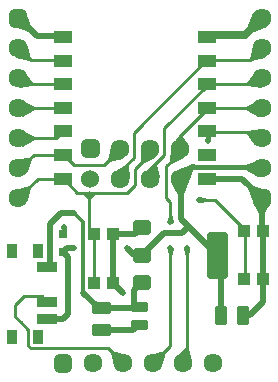
<source format=gbr>
G04 Generated by Ultiboard 13.0 *
%FSLAX25Y25*%
%MOIN*%

%ADD10C,0.00001*%
%ADD11C,0.01000*%
%ADD12C,0.02000*%
%ADD13C,0.01200*%
%ADD14C,0.01400*%
%ADD15C,0.01620*%
%ADD16C,0.02500*%
%ADD17R,0.03700X0.04500*%
%ADD18R,0.06500X0.03200*%
%ADD19C,0.06334*%
%ADD20R,0.02083X0.02083*%
%ADD21C,0.03917*%
%ADD22R,0.03150X0.03150*%
%ADD23R,0.03937X0.03937*%
%ADD24R,0.03666X0.02666*%
%ADD25C,0.02334*%
%ADD26R,0.04749X0.13332*%
%ADD27R,0.04168X0.01501*%
%ADD28C,0.01666*%
%ADD29R,0.02251X0.04668*%
%ADD30R,0.04668X0.02251*%
%ADD31C,0.02000*%
%ADD32C,0.06000*%
%ADD33R,0.02334X0.02334*%
%ADD34C,0.04000*%
%ADD35R,0.05906X0.03937*%


G04 ColorRGB 00FF00 for the following layer *
%LNCopper Top*%
%LPD*%
G54D10*
G54D11*
X73781Y94197D02*
X73978Y94000D01*
X64750Y84750D02*
X73992Y93992D01*
X54750Y70500D02*
X56400Y72150D01*
X56400Y75812D01*
X56642Y75933D02*
X59317Y78608D01*
X59317Y87317D01*
X73948Y101948D01*
X49317Y85817D02*
X73881Y110381D01*
X44750Y80500D02*
X39317Y75067D01*
X30616Y75067D01*
X16000Y78500D02*
X26000Y78500D01*
X16000Y78500D02*
X11500Y74000D01*
X10625Y74000D01*
X10750Y64000D02*
X17250Y70500D01*
X25500Y70500D01*
X86201Y37108D02*
X86500Y37407D01*
X86500Y52975D01*
X25750Y52000D02*
X26000Y52250D01*
X26000Y54500D01*
X25750Y94197D02*
X25553Y94000D01*
X10625Y94000D01*
X25679Y102000D02*
X13000Y102000D01*
X11000Y104000D02*
X13000Y102000D01*
X25695Y110000D02*
X15000Y110000D01*
X11000Y114000D02*
X15000Y110000D01*
X74000Y86479D02*
X74000Y83000D01*
X25750Y86323D02*
X23427Y84000D01*
X11000Y84000D01*
X30567Y65933D02*
X26000Y70500D01*
X36201Y35858D02*
X36000Y36059D01*
X36000Y52350D01*
X36201Y52000D02*
X34500Y53701D01*
X34500Y65967D01*
X34500Y64000D02*
X36000Y65500D01*
X34000Y64567D02*
X34000Y65500D01*
X35000Y65500D02*
X34000Y65500D01*
X32500Y65933D02*
X34433Y64000D01*
X76475Y63500D02*
X71000Y63500D01*
X76475Y63500D02*
X86475Y53500D01*
X45625Y9000D02*
X40625Y14000D01*
X17000Y14000D01*
X16950Y14050D02*
X15029Y14050D01*
X14150Y14929D01*
X55625Y9000D02*
X61500Y14875D01*
X61500Y47500D01*
X65625Y9000D02*
X67000Y10375D01*
X67000Y47500D01*
X60183Y74683D02*
X64750Y79250D01*
X64750Y84750D01*
X44750Y73000D02*
X49317Y77567D01*
X44750Y73000D02*
X44750Y70500D01*
X49317Y77567D02*
X49317Y85817D01*
X54750Y80500D02*
X54750Y78750D01*
X61500Y62791D02*
X60183Y64108D01*
X60183Y74683D01*
X61500Y56000D02*
X61500Y62791D01*
X47142Y65933D02*
X30567Y65933D01*
X49817Y73817D02*
X49817Y68608D01*
X47142Y65933D01*
X54750Y78750D02*
X49817Y73817D01*
X12612Y31350D02*
X18650Y31350D01*
X20465Y29535D01*
X9650Y24612D02*
X9650Y28388D01*
X12612Y31350D01*
X11612Y22650D02*
X9650Y24612D01*
X14150Y20131D02*
X11631Y22650D01*
X14150Y14929D02*
X14150Y20131D01*
X30549Y75000D02*
X29500Y75000D01*
X26000Y78500D02*
X29500Y75000D01*
X73781Y86323D02*
X74104Y86000D01*
X92000Y84000D02*
X90000Y86000D01*
X74104Y86000D02*
X90000Y86000D01*
X73852Y102000D02*
X90000Y102000D01*
X92000Y104000D02*
X92250Y104000D01*
X92000Y114000D02*
X88000Y110000D01*
X73837Y110000D02*
X88000Y110000D01*
X73978Y94000D02*
X92000Y94000D01*
X90000Y102000D02*
X92000Y104000D01*
G36*
X52078Y76078D02*
X52078Y76078D01*
X52083Y80503D01*
X55993Y78140D01*
X52078Y76078D01*
D02*
G37*
X52083Y80503D01*
X55993Y78140D01*
X52078Y76078D01*
G36*
X41096Y76846D02*
X41096Y76846D01*
X42161Y81142D01*
X45392Y77911D01*
X41096Y76846D01*
D02*
G37*
X42161Y81142D01*
X45392Y77911D01*
X41096Y76846D01*
G36*
X46933Y75183D02*
X46933Y75183D01*
X47402Y70783D01*
X43261Y72713D01*
X46933Y75183D01*
D02*
G37*
X47402Y70783D01*
X43261Y72713D01*
X46933Y75183D01*
G36*
X61775Y76275D02*
X61775Y76275D01*
X62090Y80690D01*
X65825Y78059D01*
X61775Y76275D01*
D02*
G37*
X62090Y80690D01*
X65825Y78059D01*
X61775Y76275D01*
G36*
X64750Y84667D02*
X64750Y84667D01*
X66799Y82207D01*
X62701Y82207D01*
X64750Y84667D01*
D02*
G37*
X66799Y82207D01*
X62701Y82207D01*
X64750Y84667D01*
G36*
X56400Y75396D02*
X56400Y75396D01*
X57354Y71075D01*
X53025Y72534D01*
X56400Y75396D01*
D02*
G37*
X57354Y71075D01*
X53025Y72534D01*
X56400Y75396D01*
G36*
X87236Y86000D02*
X87236Y86000D01*
X91615Y86639D01*
X89847Y82427D01*
X87236Y86000D01*
D02*
G37*
X91615Y86639D01*
X89847Y82427D01*
X87236Y86000D01*
G36*
X86833Y94000D02*
X86833Y94000D01*
X90623Y96284D01*
X90623Y91716D01*
X86833Y94000D01*
D02*
G37*
X90623Y96284D01*
X90623Y91716D01*
X86833Y94000D01*
G36*
X87236Y102000D02*
X87236Y102000D01*
X89847Y105573D01*
X91615Y101361D01*
X87236Y102000D01*
D02*
G37*
X89847Y105573D01*
X91615Y101361D01*
X87236Y102000D01*
G36*
X88346Y110346D02*
X88346Y110346D01*
X89411Y114642D01*
X92642Y111411D01*
X88346Y110346D01*
D02*
G37*
X89411Y114642D01*
X92642Y111411D01*
X88346Y110346D01*
G36*
X41972Y12654D02*
X41972Y12654D01*
X46267Y11589D01*
X43037Y8358D01*
X41972Y12654D01*
D02*
G37*
X46267Y11589D01*
X43037Y8358D01*
X41972Y12654D01*
G36*
X59279Y12654D02*
X59279Y12654D01*
X58214Y8358D01*
X54984Y11589D01*
X59279Y12654D01*
D02*
G37*
X58214Y8358D01*
X54984Y11589D01*
X59279Y12654D01*
G36*
X67000Y13981D02*
X67000Y13981D01*
X68194Y9719D01*
X63790Y10935D01*
X67000Y13981D01*
D02*
G37*
X68194Y9719D01*
X63790Y10935D01*
X67000Y13981D01*
G36*
X67000Y44500D02*
X67000Y44500D01*
X66507Y47417D01*
X67493Y47417D01*
X67000Y44500D01*
D02*
G37*
X66507Y47417D01*
X67493Y47417D01*
X67000Y44500D01*
G36*
X61500Y59000D02*
X61500Y59000D01*
X61993Y56083D01*
X61007Y56083D01*
X61500Y59000D01*
D02*
G37*
X61993Y56083D01*
X61007Y56083D01*
X61500Y59000D01*
G36*
X61500Y44500D02*
X61500Y44500D01*
X61007Y47417D01*
X61993Y47417D01*
X61500Y44500D01*
D02*
G37*
X61007Y47417D01*
X61993Y47417D01*
X61500Y44500D01*
G36*
X74000Y63500D02*
X74000Y63500D01*
X71083Y63007D01*
X71083Y63993D01*
X74000Y63500D01*
D02*
G37*
X71083Y63007D01*
X71083Y63993D01*
X74000Y63500D01*
G36*
X74000Y86000D02*
X74000Y86000D01*
X74493Y83083D01*
X73507Y83083D01*
X74000Y86000D01*
D02*
G37*
X74493Y83083D01*
X73507Y83083D01*
X74000Y86000D01*
G36*
X26000Y52500D02*
X26000Y52500D01*
X25516Y54375D01*
X26484Y54375D01*
X26000Y52500D01*
D02*
G37*
X25516Y54375D01*
X26484Y54375D01*
X26000Y52500D01*
G36*
X14526Y110474D02*
X14526Y110474D01*
X10197Y111391D01*
X13315Y114730D01*
X14526Y110474D01*
D02*
G37*
X10197Y111391D01*
X13315Y114730D01*
X14526Y110474D01*
G36*
X15514Y102000D02*
X15514Y102000D01*
X11135Y101361D01*
X12903Y105573D01*
X15514Y102000D01*
D02*
G37*
X11135Y101361D01*
X12903Y105573D01*
X15514Y102000D01*
G36*
X15917Y94000D02*
X15917Y94000D01*
X12127Y91716D01*
X12127Y96284D01*
X15917Y94000D01*
D02*
G37*
X12127Y91716D01*
X12127Y96284D01*
X15917Y94000D01*
G36*
X15917Y84000D02*
X15917Y84000D01*
X12127Y81716D01*
X12127Y86284D01*
X15917Y84000D01*
D02*
G37*
X12127Y81716D01*
X12127Y86284D01*
X15917Y84000D01*
G36*
X14759Y77259D02*
X14759Y77259D01*
X13259Y73096D01*
X10377Y76641D01*
X14759Y77259D01*
D02*
G37*
X13259Y73096D01*
X10377Y76641D01*
X14759Y77259D01*
G36*
X14404Y67654D02*
X14404Y67654D01*
X13339Y63358D01*
X10108Y66589D01*
X14404Y67654D01*
D02*
G37*
X13339Y63358D01*
X10108Y66589D01*
X14404Y67654D01*
G54D12*
X42500Y35858D02*
X45858Y32500D01*
X42500Y52000D02*
X42500Y35858D01*
X92500Y29608D02*
X92500Y53250D01*
X49583Y52000D02*
X42500Y52000D01*
X92500Y29608D02*
X87933Y25042D01*
X52000Y54417D02*
X49583Y52000D01*
X87933Y25042D02*
X85500Y25042D01*
X25500Y46000D02*
X26000Y45500D01*
X27150Y47500D02*
X29500Y47500D01*
X47000Y47500D02*
X49500Y45000D01*
X51875Y45000D01*
X52000Y45250D02*
X59250Y52500D01*
X67500Y54500D02*
X65500Y52500D01*
X77000Y45250D02*
X65000Y57250D01*
X76875Y45500D02*
X78500Y43875D01*
X65000Y57250D02*
X65000Y70000D01*
X78500Y43875D02*
X78500Y25042D01*
X25750Y117819D02*
X25569Y118000D01*
X11000Y124000D02*
X17000Y118000D01*
X59250Y52500D02*
X65500Y52500D01*
X38583Y20000D02*
X49000Y20000D01*
X51000Y22000D02*
X49000Y20000D01*
X27500Y44425D02*
X26000Y45925D01*
X25700Y23700D02*
X27500Y25500D01*
X20500Y23700D02*
X25700Y23700D01*
X27500Y25500D02*
X27500Y44425D01*
X25750Y46100D02*
X27150Y47500D01*
X25569Y118000D02*
X17500Y118000D01*
X20500Y41000D02*
X21500Y42000D01*
X37000Y28000D02*
X32500Y32500D01*
X37000Y28000D02*
X38000Y28000D01*
X38250Y27667D02*
X38250Y28333D01*
X40000Y27667D02*
X41000Y26667D01*
X50500Y27500D02*
X38042Y27500D01*
X49000Y28000D02*
X51000Y28000D01*
X49333Y33417D02*
X49333Y28000D01*
X51000Y28000D01*
X50500Y27500D01*
X52000Y36083D02*
X49333Y33417D01*
X21500Y42000D02*
X21500Y55500D01*
X25000Y59000D01*
X29500Y59000D02*
X25000Y59000D01*
X92000Y53500D02*
X92000Y63625D01*
X92500Y53000D02*
X92000Y53500D01*
X73856Y70500D02*
X85500Y70500D01*
X92000Y64000D02*
X85500Y70500D01*
X64750Y70500D02*
X68750Y74500D01*
X69500Y74500D01*
G36*
X68404Y74154D02*
X68404Y74154D01*
X66784Y69752D01*
X64002Y72534D01*
X68404Y74154D01*
D02*
G37*
X66784Y69752D01*
X64002Y72534D01*
X68404Y74154D01*
G36*
X65000Y65339D02*
X65000Y65339D01*
X62829Y69497D01*
X66759Y69687D01*
X65000Y65339D01*
D02*
G37*
X62829Y69497D01*
X66759Y69687D01*
X65000Y65339D01*
G36*
X92000Y59000D02*
X92000Y59000D01*
X90167Y63200D01*
X93833Y63200D01*
X92000Y59000D01*
D02*
G37*
X90167Y63200D01*
X93833Y63200D01*
X92000Y59000D01*
G36*
X88464Y67536D02*
X88464Y67536D01*
X92730Y65862D01*
X90138Y63270D01*
X88464Y67536D01*
D02*
G37*
X92730Y65862D01*
X90138Y63270D01*
X88464Y67536D01*
G36*
X14408Y120592D02*
X14408Y120592D01*
X10086Y122114D01*
X12585Y124796D01*
X14408Y120592D01*
D02*
G37*
X10086Y122114D01*
X12585Y124796D01*
X14408Y120592D01*
G54D13*
X29500Y59000D02*
X31158Y57342D01*
G54D14*
X31158Y57342D02*
X32500Y56000D01*
X32500Y32500D02*
X32500Y56000D01*
G54D15*
X91500Y74500D02*
X92000Y74000D01*
X69500Y74500D02*
X91500Y74500D01*
G36*
X86857Y74500D02*
X86857Y74500D01*
X91133Y76192D01*
X90727Y72016D01*
X86857Y74500D01*
D02*
G37*
X91133Y76192D01*
X90727Y72016D01*
X86857Y74500D01*
G54D16*
X92000Y124000D02*
X86500Y118500D01*
X73781Y117819D02*
X74463Y118500D01*
X74463Y118500D02*
X86500Y118500D01*
G36*
X88346Y120346D02*
X88346Y120346D01*
X90238Y124756D01*
X92756Y122238D01*
X88346Y120346D01*
D02*
G37*
X90238Y124756D01*
X92756Y122238D01*
X88346Y120346D01*
G54D17*
X8800Y17800D03*
X17500Y17800D03*
X8800Y46500D03*
X17500Y46500D03*
G54D18*
X20500Y23700D03*
X20500Y29600D03*
X20500Y41000D03*
G54D19*
X45625Y9000D03*
X55625Y9000D03*
X65625Y9000D03*
X35625Y9000D03*
X75625Y9000D03*
X10750Y64000D03*
X10750Y74000D03*
X10750Y84000D03*
X10750Y94000D03*
X10750Y104000D03*
X10750Y114000D03*
X92000Y114000D03*
X92000Y74000D03*
X92000Y104000D03*
X92000Y94000D03*
X92000Y84000D03*
X92000Y124000D03*
X54750Y70500D03*
X64750Y80500D03*
X44750Y70500D03*
X44750Y80500D03*
X54750Y80500D03*
X64750Y70500D03*
G54D20*
X25625Y9000D03*
X10750Y124000D03*
X92000Y64000D03*
G54D21*
X24584Y7959D02*
X26666Y7959D01*
X26666Y10041D01*
X24584Y10041D01*
X24584Y7959D01*D02*
X9709Y122959D02*
X11791Y122959D01*
X11791Y125041D01*
X9709Y125041D01*
X9709Y122959D01*D02*
X90959Y62959D02*
X93041Y62959D01*
X93041Y65041D01*
X90959Y65041D01*
X90959Y62959D01*D02*
G54D22*
X25750Y46100D03*
X25750Y52000D03*
G54D23*
X36201Y35858D03*
X42500Y35858D03*
X36201Y52000D03*
X42500Y52000D03*
X92500Y37108D03*
X86201Y37108D03*
X92500Y53250D03*
X86201Y53250D03*
G54D24*
X52000Y36083D03*
X52000Y45250D03*
X52000Y54417D03*
G54D25*
X50167Y34750D02*
X53833Y34750D01*
X53833Y37416D01*
X50167Y37416D01*
X50167Y34750D01*D02*
X50167Y43917D02*
X53833Y43917D01*
X53833Y46583D01*
X50167Y46583D01*
X50167Y43917D01*D02*
X74626Y38584D02*
X79374Y38584D01*
X79374Y51916D01*
X74626Y51916D01*
X74626Y38584D01*D02*
X50167Y53084D02*
X53833Y53084D01*
X53833Y55750D01*
X50167Y55750D01*
X50167Y53084D01*D02*
G54D26*
X77000Y45250D03*
G54D27*
X51000Y28000D03*
X51000Y22000D03*
G54D28*
X48916Y27250D02*
X53084Y27250D01*
X53084Y28750D01*
X48916Y28750D01*
X48916Y27250D01*D02*
X48916Y21250D02*
X53084Y21250D01*
X53084Y22750D01*
X48916Y22750D01*
X48916Y21250D01*D02*
X77208Y22916D02*
X79458Y22916D01*
X79458Y27584D01*
X77208Y27584D01*
X77208Y22916D01*D02*
X84542Y22916D02*
X86792Y22916D01*
X86792Y27584D01*
X84542Y27584D01*
X84542Y22916D01*D02*
X35916Y19208D02*
X40584Y19208D01*
X40584Y21458D01*
X35916Y21458D01*
X35916Y19208D01*D02*
X35916Y26542D02*
X40584Y26542D01*
X40584Y28792D01*
X35916Y28792D01*
X35916Y26542D01*D02*
G54D29*
X78333Y25250D03*
X85667Y25250D03*
G54D30*
X38250Y20333D03*
X38250Y27667D03*
G54D31*
X47000Y47500D03*
X26000Y54500D03*
X92000Y63625D03*
X45858Y32500D03*
X74000Y83000D03*
X71000Y63500D03*
X29500Y47500D03*
X44500Y20000D03*
X61500Y47500D03*
X61500Y56000D03*
X67000Y47500D03*
X11000Y124000D03*
X85500Y70500D03*
G54D32*
X34750Y70500D03*
G54D33*
X34750Y80500D03*
G54D34*
X33583Y79333D02*
X35917Y79333D01*
X35917Y81667D01*
X33583Y81667D01*
X33583Y79333D01*D02*
G54D35*
X25750Y70575D03*
X73781Y70575D03*
X25750Y78449D03*
X73781Y78449D03*
X25750Y86323D03*
X73781Y86323D03*
X25750Y94197D03*
X73781Y94197D03*
X25750Y102071D03*
X73781Y102071D03*
X25750Y109945D03*
X73781Y109945D03*
X25750Y117819D03*
X73781Y117819D03*

M02*

</source>
